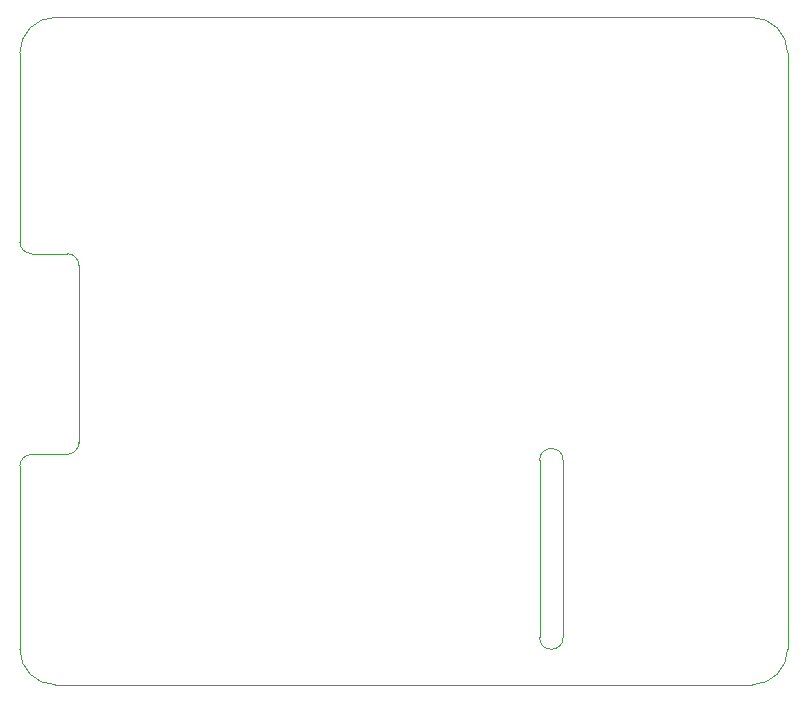
<source format=gm1>
G04 #@! TF.GenerationSoftware,KiCad,Pcbnew,8.0.9-8.0.9-0~ubuntu24.04.1*
G04 #@! TF.CreationDate,2025-06-09T20:21:33+02:00*
G04 #@! TF.ProjectId,rpi_power_warden_hat,7270695f-706f-4776-9572-5f7761726465,rev?*
G04 #@! TF.SameCoordinates,Original*
G04 #@! TF.FileFunction,Profile,NP*
%FSLAX46Y46*%
G04 Gerber Fmt 4.6, Leading zero omitted, Abs format (unit mm)*
G04 Created by KiCad (PCBNEW 8.0.9-8.0.9-0~ubuntu24.04.1) date 2025-06-09 20:21:33*
%MOMM*%
%LPD*%
G01*
G04 APERTURE LIST*
G04 #@! TA.AperFunction,Profile*
%ADD10C,0.100000*%
G04 #@! TD*
G04 APERTURE END LIST*
D10*
X126895599Y-72817001D02*
X126895599Y-88817001D01*
X126895599Y-107817001D02*
X126895599Y-123317001D01*
X127895599Y-89817001D02*
X130895599Y-89817001D01*
X127895599Y-106817001D02*
X130895599Y-106817001D01*
X129895599Y-69817001D02*
X188895599Y-69817001D01*
X129895599Y-126317001D02*
X188895599Y-126317001D01*
X131895599Y-90817001D02*
X131895599Y-105817001D01*
X170895599Y-122317001D02*
X170895599Y-107317001D01*
X172895599Y-122317001D02*
X172895599Y-107317001D01*
X191895599Y-72817001D02*
X191895599Y-123317001D01*
X126895599Y-72817001D02*
G75*
G02*
X129895599Y-69817001I3000001J-1D01*
G01*
X126895599Y-107817001D02*
G75*
G02*
X127895599Y-106817001I999999J1D01*
G01*
X127895599Y-89817001D02*
G75*
G02*
X126895599Y-88817001I-1J999999D01*
G01*
X129895599Y-126317001D02*
G75*
G02*
X126895599Y-123317001I1J3000001D01*
G01*
X130895599Y-89817001D02*
G75*
G02*
X131895599Y-90817001I1J-999999D01*
G01*
X131895599Y-105817001D02*
G75*
G02*
X130895599Y-106817001I-999999J-1D01*
G01*
X170895599Y-107317001D02*
G75*
G02*
X172895599Y-107317001I1000000J0D01*
G01*
X172895599Y-122317001D02*
G75*
G02*
X170895599Y-122317001I-1000000J0D01*
G01*
X188895599Y-69817001D02*
G75*
G02*
X191895599Y-72817001I0J-3000000D01*
G01*
X191895599Y-123317001D02*
G75*
G02*
X188895599Y-126317001I-3000000J0D01*
G01*
M02*

</source>
